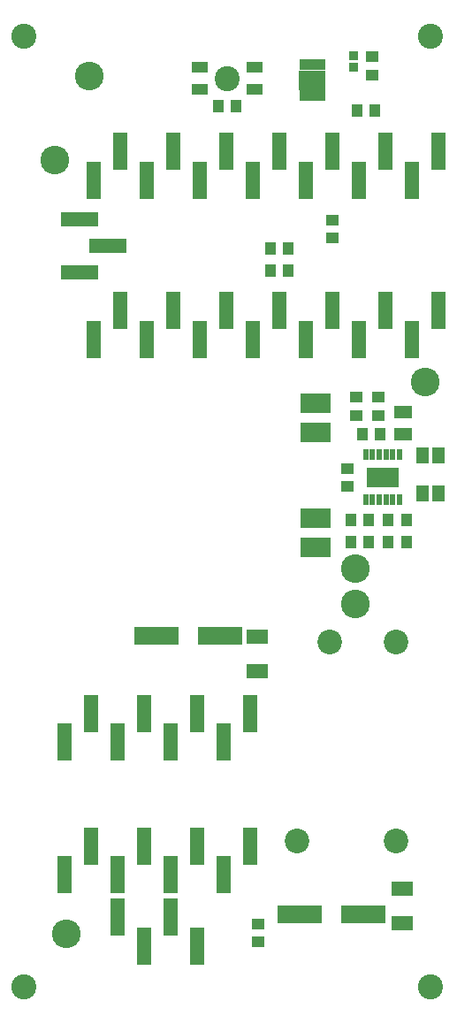
<source format=gts>
G75*
%MOIN*%
%OFA0B0*%
%FSLAX25Y25*%
%IPPOS*%
%LPD*%
%AMOC8*
5,1,8,0,0,1.08239X$1,22.5*
%
%ADD10C,0.09461*%
%ADD11R,0.05800X0.14186*%
%ADD12R,0.10249X0.07296*%
%ADD13R,0.01902X0.03950*%
%ADD14R,0.04300X0.05000*%
%ADD15R,0.03800X0.03500*%
%ADD16R,0.05000X0.04300*%
%ADD17C,0.10800*%
%ADD18R,0.06312X0.03950*%
%ADD19C,0.09449*%
%ADD20R,0.12001X0.07300*%
%ADD21R,0.02454X0.04300*%
%ADD22R,0.11800X0.07300*%
%ADD23R,0.06800X0.04600*%
%ADD24R,0.04934X0.06312*%
%ADD25R,0.14186X0.05800*%
%ADD26R,0.16548X0.07099*%
%ADD27R,0.08200X0.05600*%
%ADD28C,0.09300*%
D10*
X0052575Y0044701D03*
X0206118Y0044701D03*
X0206118Y0402969D03*
X0052575Y0402969D03*
D11*
X0078992Y0348835D03*
X0088992Y0359622D03*
X0098992Y0348835D03*
X0108992Y0359622D03*
X0118992Y0348835D03*
X0128992Y0359622D03*
X0138992Y0348835D03*
X0148992Y0359622D03*
X0158992Y0348835D03*
X0168992Y0359622D03*
X0178992Y0348835D03*
X0188992Y0359622D03*
X0198992Y0348835D03*
X0208992Y0359622D03*
X0208992Y0299622D03*
X0198992Y0288835D03*
X0188992Y0299622D03*
X0178992Y0288835D03*
X0168992Y0299622D03*
X0158992Y0288835D03*
X0148992Y0299622D03*
X0138992Y0288835D03*
X0128992Y0299622D03*
X0118992Y0288835D03*
X0108992Y0299622D03*
X0098992Y0288835D03*
X0088992Y0299622D03*
X0078992Y0288835D03*
X0077969Y0147732D03*
X0087969Y0136945D03*
X0097969Y0147732D03*
X0107969Y0136945D03*
X0117969Y0147732D03*
X0127969Y0136945D03*
X0137969Y0147732D03*
X0137969Y0097732D03*
X0127969Y0086945D03*
X0117969Y0097732D03*
X0107969Y0086945D03*
X0097969Y0097732D03*
X0087969Y0086945D03*
X0077969Y0097732D03*
X0067969Y0086945D03*
X0087969Y0070961D03*
X0097969Y0060173D03*
X0107969Y0070961D03*
X0117969Y0060173D03*
X0067969Y0136945D03*
D12*
X0161551Y0386472D03*
D13*
X0161551Y0380665D03*
X0159583Y0380665D03*
X0157614Y0380665D03*
X0163520Y0380665D03*
X0165488Y0380665D03*
X0165488Y0392280D03*
X0163520Y0392280D03*
X0161551Y0392280D03*
X0159583Y0392280D03*
X0157614Y0392280D03*
D14*
X0178309Y0375016D03*
X0185109Y0375016D03*
X0152431Y0323047D03*
X0152431Y0314780D03*
X0145631Y0314780D03*
X0145631Y0323047D03*
X0132786Y0376630D03*
X0125986Y0376630D03*
X0180277Y0252969D03*
X0187077Y0252969D03*
X0190120Y0220685D03*
X0196920Y0220685D03*
X0196920Y0212417D03*
X0190120Y0212417D03*
X0182746Y0212417D03*
X0175946Y0212417D03*
X0175946Y0220685D03*
X0182746Y0220685D03*
D15*
X0176984Y0391420D03*
X0176984Y0395620D03*
D16*
X0184071Y0395345D03*
X0184071Y0388545D03*
X0169110Y0333928D03*
X0169110Y0327128D03*
X0178165Y0266998D03*
X0178165Y0260198D03*
X0186433Y0260198D03*
X0186433Y0266998D03*
X0174622Y0240227D03*
X0174622Y0233427D03*
X0141157Y0068573D03*
X0141157Y0061773D03*
D17*
X0068717Y0064780D03*
X0177772Y0189189D03*
X0177772Y0202575D03*
X0204150Y0272654D03*
X0077378Y0388008D03*
X0064386Y0356512D03*
D18*
X0119110Y0383087D03*
X0119110Y0391354D03*
X0139583Y0391354D03*
X0139583Y0383087D03*
D19*
X0129346Y0387220D03*
D20*
X0188008Y0236827D03*
D21*
X0189287Y0245311D03*
X0186728Y0245311D03*
X0184169Y0245311D03*
X0181610Y0245311D03*
X0191846Y0245311D03*
X0194406Y0245311D03*
X0194406Y0228343D03*
X0191846Y0228343D03*
X0189287Y0228343D03*
X0186728Y0228343D03*
X0184169Y0228343D03*
X0181610Y0228343D03*
D22*
X0162811Y0221461D03*
X0162811Y0210461D03*
X0162811Y0253768D03*
X0162811Y0264768D03*
D23*
X0195882Y0261399D03*
X0195882Y0253199D03*
D24*
X0203067Y0245094D03*
X0208972Y0245094D03*
X0208972Y0230921D03*
X0203067Y0230921D03*
D25*
X0084386Y0324228D03*
X0073598Y0314228D03*
X0073598Y0334228D03*
D26*
X0102772Y0176984D03*
X0126787Y0176984D03*
X0156709Y0072260D03*
X0180724Y0072260D03*
D27*
X0195488Y0068909D03*
X0195488Y0081909D03*
X0140764Y0163791D03*
X0140764Y0176791D03*
D28*
X0168126Y0174622D03*
X0193126Y0174622D03*
X0193126Y0099622D03*
X0155626Y0099622D03*
M02*

</source>
